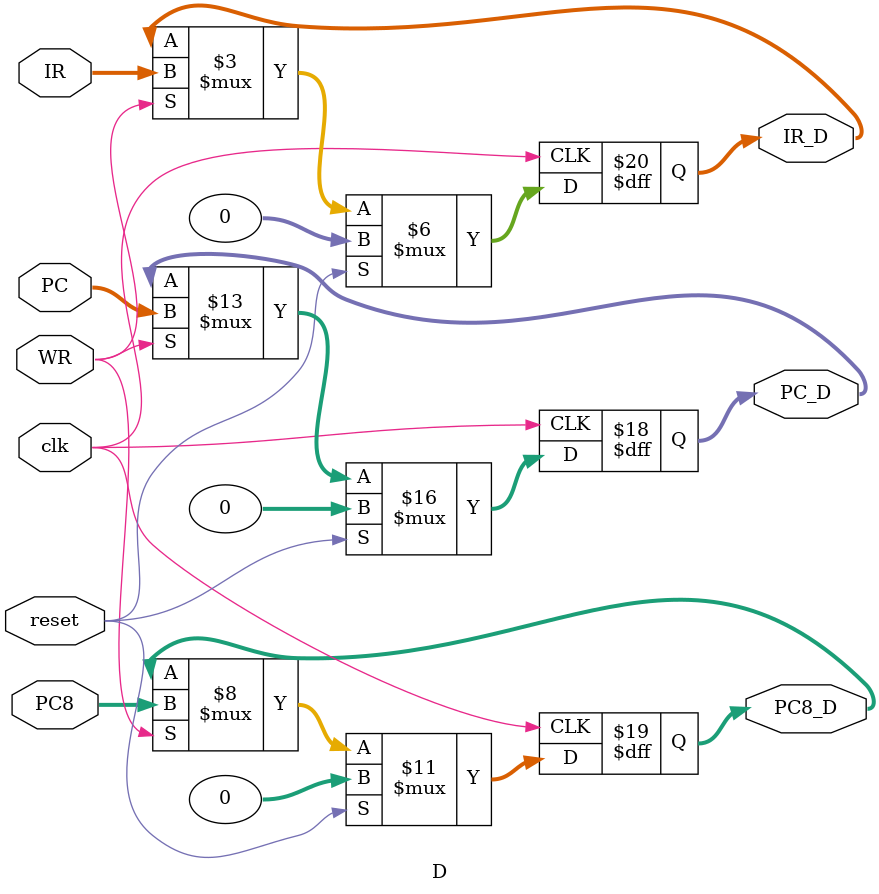
<source format=v>
`timescale 1ns / 1ps
module D(
    input WR,
	 input clk,
	 input reset,
	 input [31:0] PC,
    input [31:0] PC8,
    input [31:0] IR,
    output reg [31:0] PC_D,
    output reg [31:0] PC8_D,
    output reg [31:0] IR_D
    );
	 
	 initial begin
			PC_D = 0;
			PC8_D = 0;
			IR_D = 0;
	 end
	 
	 always @(posedge clk) begin
		if (reset) begin
			PC_D <= 0;
			PC8_D <= 0;
			IR_D <= 0;
		end
		else begin
			if (WR) begin
				PC_D <= PC;
				PC8_D <= PC8;
				IR_D <= IR;
			end
		end
	 end

endmodule

</source>
